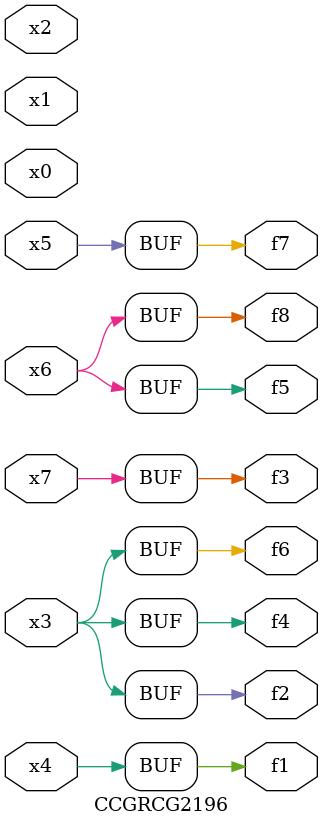
<source format=v>
module CCGRCG2196(
	input x0, x1, x2, x3, x4, x5, x6, x7,
	output f1, f2, f3, f4, f5, f6, f7, f8
);
	assign f1 = x4;
	assign f2 = x3;
	assign f3 = x7;
	assign f4 = x3;
	assign f5 = x6;
	assign f6 = x3;
	assign f7 = x5;
	assign f8 = x6;
endmodule

</source>
